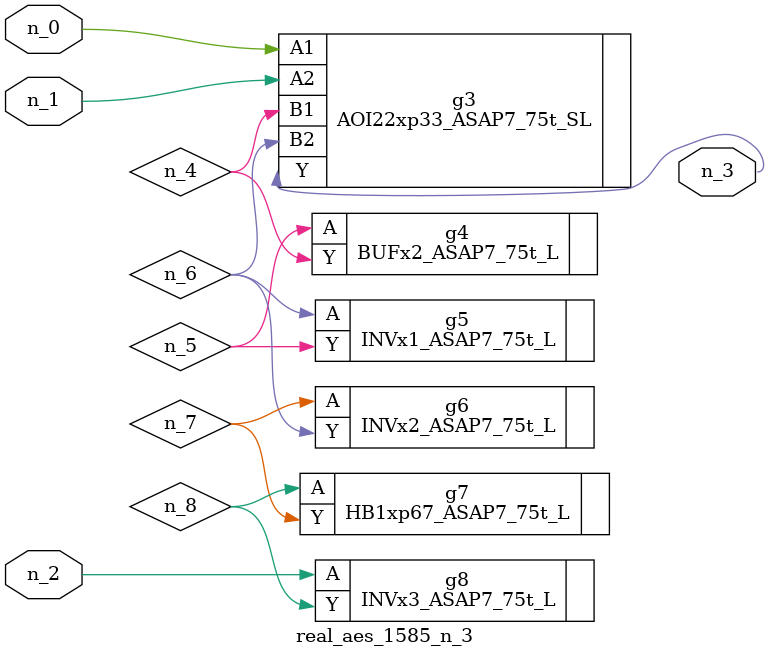
<source format=v>
module real_aes_1585_n_3 (n_0, n_2, n_1, n_3);
input n_0;
input n_2;
input n_1;
output n_3;
wire n_4;
wire n_5;
wire n_7;
wire n_8;
wire n_6;
AOI22xp33_ASAP7_75t_SL g3 ( .A1(n_0), .A2(n_1), .B1(n_4), .B2(n_6), .Y(n_3) );
INVx3_ASAP7_75t_L g8 ( .A(n_2), .Y(n_8) );
BUFx2_ASAP7_75t_L g4 ( .A(n_5), .Y(n_4) );
INVx1_ASAP7_75t_L g5 ( .A(n_6), .Y(n_5) );
INVx2_ASAP7_75t_L g6 ( .A(n_7), .Y(n_6) );
HB1xp67_ASAP7_75t_L g7 ( .A(n_8), .Y(n_7) );
endmodule
</source>
